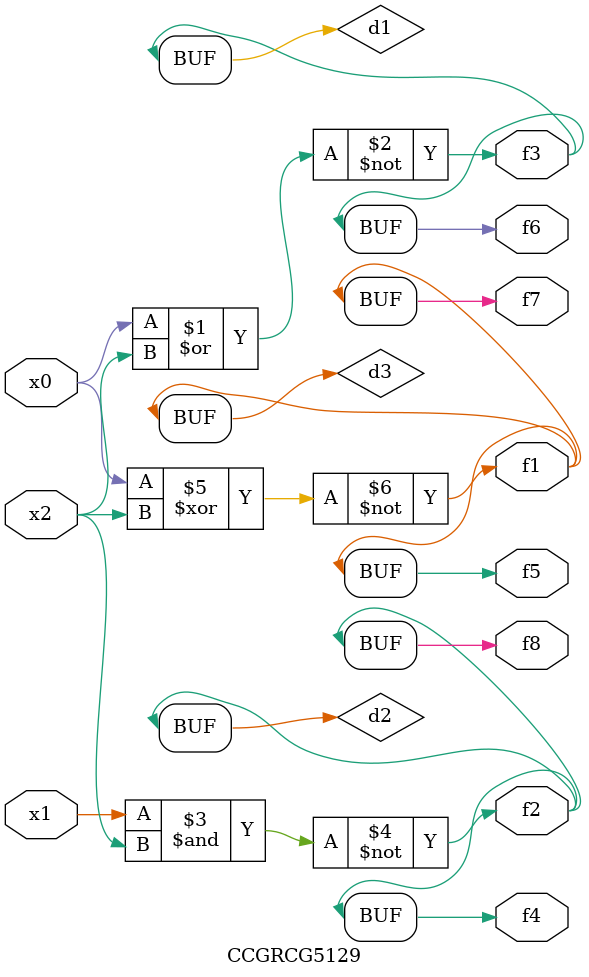
<source format=v>
module CCGRCG5129(
	input x0, x1, x2,
	output f1, f2, f3, f4, f5, f6, f7, f8
);

	wire d1, d2, d3;

	nor (d1, x0, x2);
	nand (d2, x1, x2);
	xnor (d3, x0, x2);
	assign f1 = d3;
	assign f2 = d2;
	assign f3 = d1;
	assign f4 = d2;
	assign f5 = d3;
	assign f6 = d1;
	assign f7 = d3;
	assign f8 = d2;
endmodule

</source>
